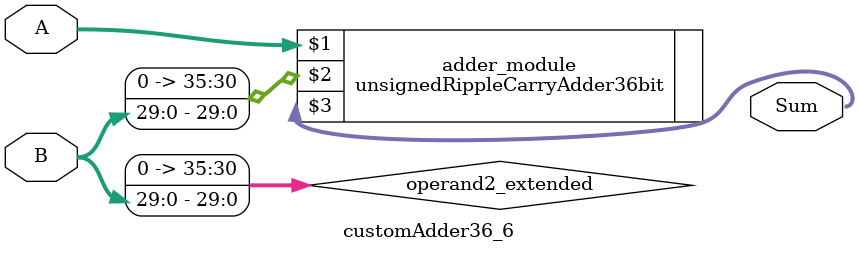
<source format=v>
module customAdder36_6(
                        input [35 : 0] A,
                        input [29 : 0] B,
                        
                        output [36 : 0] Sum
                );

        wire [35 : 0] operand2_extended;
        
        assign operand2_extended =  {6'b0, B};
        
        unsignedRippleCarryAdder36bit adder_module(
            A,
            operand2_extended,
            Sum
        );
        
        endmodule
        
</source>
